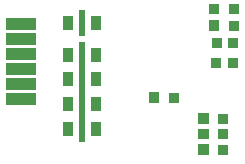
<source format=gbr>
%FSLAX34Y34*%
%MOMM*%
%LNSMDMASK_BOTTOM*%
G71*
G01*
%ADD10R,0.900X0.900*%
%ADD11R,0.900X1.200*%
%ADD12R,0.600X2.200*%
%ADD13R,2.500X1.000*%
%LPD*%
G36*
X349123Y949005D02*
X358123Y949005D01*
X358123Y940005D01*
X349123Y940005D01*
X349123Y949005D01*
G37*
X370323Y944405D02*
G54D10*
D03*
X230256Y905891D02*
G54D11*
D03*
X253256Y905891D02*
G54D11*
D03*
X241756Y905891D02*
G54D12*
D03*
X230256Y884991D02*
G54D11*
D03*
X253256Y884991D02*
G54D11*
D03*
X241756Y884991D02*
G54D12*
D03*
X230256Y864091D02*
G54D11*
D03*
X253256Y864091D02*
G54D11*
D03*
X241756Y864091D02*
G54D12*
D03*
X230256Y843191D02*
G54D11*
D03*
X253256Y843191D02*
G54D11*
D03*
X241756Y843191D02*
G54D12*
D03*
X230256Y932891D02*
G54D11*
D03*
X253256Y932891D02*
G54D11*
D03*
X241756Y932891D02*
G54D12*
D03*
X189770Y931400D02*
G54D13*
D03*
X189770Y918700D02*
G54D13*
D03*
X189770Y906000D02*
G54D13*
D03*
X189770Y893300D02*
G54D13*
D03*
X189770Y880600D02*
G54D13*
D03*
X189770Y867900D02*
G54D13*
D03*
G36*
X298123Y874005D02*
X307123Y874005D01*
X307123Y865005D01*
X298123Y865005D01*
X298123Y874005D01*
G37*
X319323Y869405D02*
G54D10*
D03*
G36*
X340123Y856005D02*
X349123Y856005D01*
X349123Y847005D01*
X340123Y847005D01*
X340123Y856005D01*
G37*
X361323Y851405D02*
G54D10*
D03*
G36*
X340123Y843005D02*
X349123Y843005D01*
X349123Y834005D01*
X340123Y834005D01*
X340123Y843005D01*
G37*
X361323Y838405D02*
G54D10*
D03*
G36*
X340123Y830005D02*
X349123Y830005D01*
X349123Y821005D01*
X340123Y821005D01*
X340123Y830005D01*
G37*
X361323Y825405D02*
G54D10*
D03*
G36*
X349123Y935005D02*
X358123Y935005D01*
X358123Y926005D01*
X349123Y926005D01*
X349123Y935005D01*
G37*
X370323Y930405D02*
G54D10*
D03*
X369680Y915304D02*
G54D10*
D03*
X369580Y898604D02*
G54D10*
D03*
X355580Y898604D02*
G54D10*
D03*
X355680Y915304D02*
G54D10*
D03*
M02*

</source>
